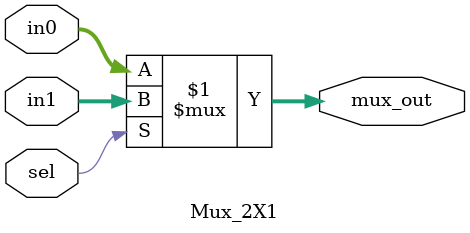
<source format=v>
module Mux_2X1 (
output [7:0] mux_out,
input [7:0] in0, in1,
input sel 
);

assign mux_out = sel ? in1 : in0;

endmodule 
</source>
